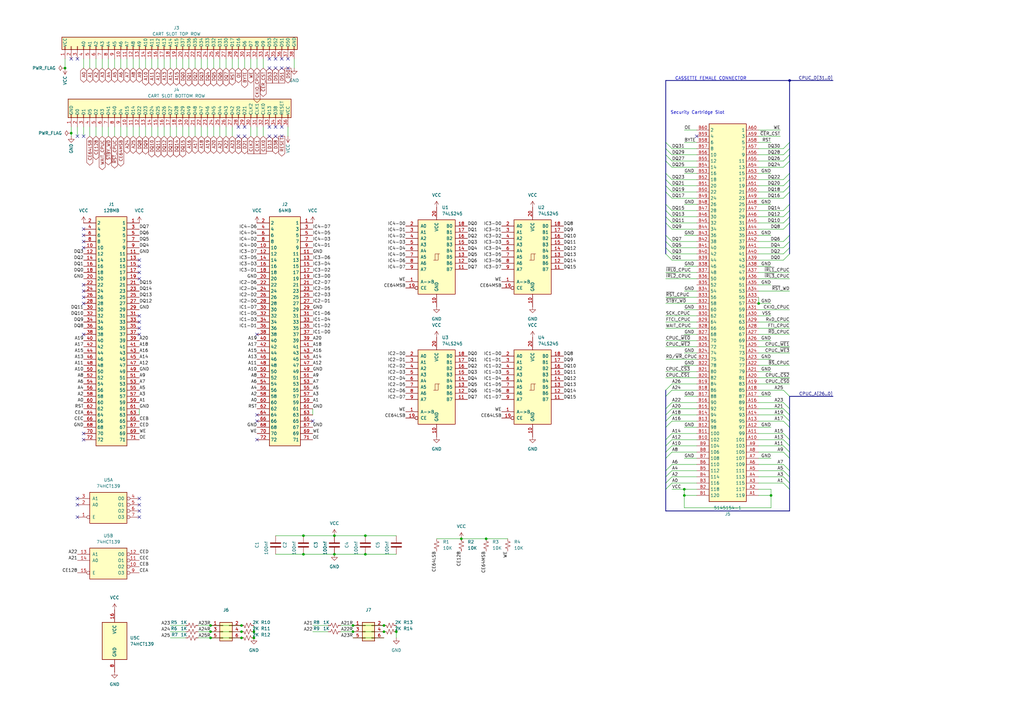
<source format=kicad_sch>
(kicad_sch (version 20231120) (generator "eeschema") (generator_version "8.0")
  (paper "A3")
  (junction (at 323.85 33.02))
  (junction (at 199.39 220.98))
  (junction (at 86.36 259.08))
  (junction (at 280.67 203.2))
  (junction (at 104.14 261.62))
  (junction (at 137.16 219.71))
  (junction (at 99.06 256.54))
  (junction (at 124.46 227.33))
  (junction (at 144.78 256.54))
  (junction (at 149.86 227.33))
  (junction (at 149.86 219.71))
  (junction (at 86.36 256.54))
  (junction (at 99.06 261.62))
  (junction (at 157.48 256.54))
  (junction (at 29.21 54.61))
  (junction (at 280.67 200.66))
  (junction (at 144.78 259.08))
  (junction (at 311.15 124.46))
  (junction (at 316.23 203.2))
  (junction (at 162.56 259.08))
  (junction (at 99.06 259.08))
  (junction (at 189.23 220.98))
  (junction (at 86.36 261.62))
  (junction (at 26.67 27.94))
  (junction (at 157.48 259.08))
  (junction (at 104.14 259.08))
  (junction (at 137.16 227.33))
  (junction (at 124.46 219.71))
  (no_connect (at 113.03 27.94))
  (no_connect (at 34.29 137.16))
  (no_connect (at 34.29 180.34))
  (no_connect (at 57.15 137.16))
  (no_connect (at 128.27 172.72))
  (no_connect (at 34.29 177.8))
  (no_connect (at 34.29 119.38))
  (no_connect (at 118.11 24.13))
  (no_connect (at 105.41 180.34))
  (no_connect (at 115.57 52.07))
  (no_connect (at 115.57 24.13))
  (no_connect (at 34.29 55.88))
  (no_connect (at 31.75 204.47))
  (no_connect (at 57.15 212.09))
  (no_connect (at 113.03 55.88))
  (no_connect (at 31.75 207.01))
  (no_connect (at 31.75 55.88))
  (no_connect (at 34.29 116.84))
  (no_connect (at 118.11 27.94))
  (no_connect (at 105.41 170.18))
  (no_connect (at 34.29 93.98))
  (no_connect (at 113.03 52.07))
  (no_connect (at 57.15 204.47))
  (no_connect (at 105.41 172.72))
  (no_connect (at 285.75 55.88))
  (no_connect (at 57.15 106.68))
  (no_connect (at 110.49 27.94))
  (no_connect (at 57.15 114.3))
  (no_connect (at 34.29 99.06))
  (no_connect (at 34.29 124.46))
  (no_connect (at 57.15 132.08))
  (no_connect (at 29.21 24.13))
  (no_connect (at 113.03 24.13))
  (no_connect (at 34.29 121.92))
  (no_connect (at 97.79 55.88))
  (no_connect (at 57.15 207.01))
  (no_connect (at 97.79 52.07))
  (no_connect (at 57.15 111.76))
  (no_connect (at 115.57 27.94))
  (no_connect (at 34.29 101.6))
  (no_connect (at 115.57 55.88))
  (no_connect (at 110.49 55.88))
  (no_connect (at 110.49 52.07))
  (no_connect (at 100.33 52.07))
  (no_connect (at 34.29 96.52))
  (no_connect (at 100.33 55.88))
  (no_connect (at 31.75 24.13))
  (no_connect (at 110.49 24.13))
  (no_connect (at 57.15 134.62))
  (no_connect (at 31.75 212.09))
  (no_connect (at 57.15 129.54))
  (no_connect (at 57.15 109.22))
  (no_connect (at 105.41 137.16))
  (no_connect (at 57.15 209.55))
  (bus_entry (at 321.31 177.8) (size 2.54 2.54))
  (bus_entry (at 273.05 66.04) (size 2.54 2.54))
  (bus_entry (at 321.31 81.28) (size 2.54 -2.54))
  (bus_entry (at 275.59 182.88) (size -2.54 2.54))
  (bus_entry (at 323.85 175.26) (size -2.54 -2.54))
  (bus_entry (at 321.31 68.58) (size 2.54 -2.54))
  (bus_entry (at 321.31 63.5) (size 2.54 -2.54))
  (bus_entry (at 273.05 99.06) (size 2.54 2.54))
  (bus_entry (at 323.85 167.64) (size -2.54 -2.54))
  (bus_entry (at 323.85 172.72) (size -2.54 -2.54))
  (bus_entry (at 321.31 73.66) (size 2.54 -2.54))
  (bus_entry (at 273.05 182.88) (size 2.54 -2.54))
  (bus_entry (at 321.31 198.12) (size 2.54 2.54))
  (bus_entry (at 273.05 195.58) (size 2.54 -2.54))
  (bus_entry (at 273.05 101.6) (size 2.54 2.54))
  (bus_entry (at 321.31 104.14) (size 2.54 -2.54))
  (bus_entry (at 321.31 91.44) (size 2.54 -2.54))
  (bus_entry (at 273.05 162.56) (size 2.54 -2.54))
  (bus_entry (at 273.05 86.36) (size 2.54 2.54))
  (bus_entry (at 273.05 104.14) (size 2.54 2.54))
  (bus_entry (at 273.05 170.18) (size 2.54 -2.54))
  (bus_entry (at 321.31 101.6) (size 2.54 -2.54))
  (bus_entry (at 273.05 73.66) (size 2.54 2.54))
  (bus_entry (at 273.05 91.44) (size 2.54 2.54))
  (bus_entry (at 321.31 88.9) (size 2.54 -2.54))
  (bus_entry (at 273.05 172.72) (size 2.54 -2.54))
  (bus_entry (at 273.05 83.82) (size 2.54 2.54))
  (bus_entry (at 275.59 172.72) (size -2.54 2.54))
  (bus_entry (at 321.31 60.96) (size 2.54 -2.54))
  (bus_entry (at 321.31 195.58) (size 2.54 2.54))
  (bus_entry (at 323.85 170.18) (size -2.54 -2.54))
  (bus_entry (at 321.31 93.98) (size 2.54 -2.54))
  (bus_entry (at 323.85 162.56) (size -2.54 -2.54))
  (bus_entry (at 321.31 86.36) (size 2.54 -2.54))
  (bus_entry (at 273.05 180.34) (size 2.54 -2.54))
  (bus_entry (at 273.05 160.02) (size 2.54 -2.54))
  (bus_entry (at 321.31 190.5) (size 2.54 2.54))
  (bus_entry (at 321.31 106.68) (size 2.54 -2.54))
  (bus_entry (at 321.31 76.2) (size 2.54 -2.54))
  (bus_entry (at 273.05 200.66) (size 2.54 -2.54))
  (bus_entry (at 273.05 78.74) (size 2.54 2.54))
  (bus_entry (at 273.05 58.42) (size 2.54 2.54))
  (bus_entry (at 273.05 88.9) (size 2.54 2.54))
  (bus_entry (at 321.31 78.74) (size 2.54 -2.54))
  (bus_entry (at 321.31 185.42) (size 2.54 2.54))
  (bus_entry (at 273.05 187.96) (size 2.54 -2.54))
  (bus_entry (at 273.05 63.5) (size 2.54 2.54))
  (bus_entry (at 273.05 60.96) (size 2.54 2.54))
  (bus_entry (at 321.31 193.04) (size 2.54 2.54))
  (bus_entry (at 273.05 198.12) (size 2.54 -2.54))
  (bus_entry (at 273.05 76.2) (size 2.54 2.54))
  (bus_entry (at 321.31 180.34) (size 2.54 2.54))
  (bus_entry (at 273.05 71.12) (size 2.54 2.54))
  (bus_entry (at 321.31 99.06) (size 2.54 -2.54))
  (bus_entry (at 321.31 182.88) (size 2.54 2.54))
  (bus_entry (at 273.05 193.04) (size 2.54 -2.54))
  (bus_entry (at 321.31 66.04) (size 2.54 -2.54))
  (bus_entry (at 273.05 167.64) (size 2.54 -2.54))
  (bus_entry (at 273.05 96.52) (size 2.54 2.54))
  (wire (pts (xy 31.75 52.07) (xy 31.75 55.88)))
  (wire (pts (xy 72.39 24.13) (xy 72.39 27.94)))
  (wire (pts (xy 90.17 24.13) (xy 90.17 27.94)))
  (wire (pts (xy 273.05 142.24) (xy 285.75 142.24)))
  (wire (pts (xy 162.56 261.62) (xy 162.56 259.08)))
  (wire (pts (xy 311.15 137.16) (xy 323.85 137.16)))
  (wire (pts (xy 29.21 54.61) (xy 29.21 55.88)))
  (wire (pts (xy 105.41 52.07) (xy 105.41 55.88)))
  (wire (pts (xy 275.59 101.6) (xy 285.75 101.6)))
  (wire (pts (xy 311.15 203.2) (xy 316.23 203.2)))
  (wire (pts (xy 316.23 162.56) (xy 311.15 162.56)))
  (wire (pts (xy 113.03 227.33) (xy 124.46 227.33)))
  (wire (pts (xy 124.46 227.33) (xy 137.16 227.33)))
  (wire (pts (xy 311.15 53.34) (xy 320.04 53.34)))
  (wire (pts (xy 74.93 52.07) (xy 74.93 55.88)))
  (wire (pts (xy 311.15 185.42) (xy 321.31 185.42)))
  (bus (pts (xy 273.05 99.06) (xy 273.05 96.52)))
  (wire (pts (xy 67.31 52.07) (xy 67.31 55.88)))
  (bus (pts (xy 273.05 160.02) (xy 273.05 162.56)))
  (wire (pts (xy 321.31 198.12) (xy 311.15 198.12)))
  (wire (pts (xy 311.15 91.44) (xy 321.31 91.44)))
  (wire (pts (xy 280.67 144.78) (xy 285.75 144.78)))
  (bus (pts (xy 323.85 73.66) (xy 323.85 76.2)))
  (wire (pts (xy 105.41 24.13) (xy 105.41 27.94)))
  (wire (pts (xy 273.05 129.54) (xy 285.75 129.54)))
  (wire (pts (xy 311.15 68.58) (xy 321.31 68.58)))
  (wire (pts (xy 102.87 24.13) (xy 102.87 27.94)))
  (wire (pts (xy 95.25 52.07) (xy 95.25 55.88)))
  (wire (pts (xy 311.15 121.92) (xy 311.15 124.46)))
  (bus (pts (xy 323.85 195.58) (xy 323.85 198.12)))
  (wire (pts (xy 311.15 139.7) (xy 316.23 139.7)))
  (wire (pts (xy 280.67 149.86) (xy 285.75 149.86)))
  (wire (pts (xy 54.61 52.07) (xy 54.61 55.88)))
  (bus (pts (xy 273.05 88.9) (xy 273.05 86.36)))
  (wire (pts (xy 275.59 63.5) (xy 285.75 63.5)))
  (wire (pts (xy 311.15 134.62) (xy 323.85 134.62)))
  (wire (pts (xy 275.59 160.02) (xy 285.75 160.02)))
  (wire (pts (xy 311.15 111.76) (xy 323.85 111.76)))
  (wire (pts (xy 139.7 259.08) (xy 144.78 259.08)))
  (wire (pts (xy 285.75 96.52) (xy 280.67 96.52)))
  (wire (pts (xy 280.67 203.2) (xy 280.67 200.66)))
  (wire (pts (xy 311.15 193.04) (xy 321.31 193.04)))
  (wire (pts (xy 120.65 24.13) (xy 120.65 27.94)))
  (bus (pts (xy 273.05 58.42) (xy 273.05 33.02)))
  (wire (pts (xy 52.07 24.13) (xy 52.07 27.94)))
  (wire (pts (xy 280.67 203.2) (xy 285.75 203.2)))
  (wire (pts (xy 311.15 116.84) (xy 316.23 116.84)))
  (wire (pts (xy 72.39 52.07) (xy 72.39 55.88)))
  (wire (pts (xy 311.15 114.3) (xy 323.85 114.3)))
  (wire (pts (xy 275.59 104.14) (xy 285.75 104.14)))
  (wire (pts (xy 311.15 88.9) (xy 321.31 88.9)))
  (wire (pts (xy 316.23 152.4) (xy 311.15 152.4)))
  (wire (pts (xy 280.67 127) (xy 285.75 127)))
  (bus (pts (xy 273.05 71.12) (xy 273.05 66.04)))
  (wire (pts (xy 321.31 180.34) (xy 311.15 180.34)))
  (wire (pts (xy 36.83 24.13) (xy 36.83 27.94)))
  (wire (pts (xy 113.03 219.71) (xy 124.46 219.71)))
  (wire (pts (xy 87.63 52.07) (xy 87.63 55.88)))
  (bus (pts (xy 323.85 187.96) (xy 323.85 193.04)))
  (bus (pts (xy 273.05 104.14) (xy 273.05 101.6)))
  (wire (pts (xy 275.59 86.36) (xy 285.75 86.36)))
  (bus (pts (xy 323.85 71.12) (xy 323.85 73.66)))
  (wire (pts (xy 273.05 121.92) (xy 285.75 121.92)))
  (wire (pts (xy 311.15 175.26) (xy 316.23 175.26)))
  (bus (pts (xy 323.85 162.56) (xy 341.63 162.56)))
  (wire (pts (xy 311.15 160.02) (xy 321.31 160.02)))
  (bus (pts (xy 323.85 180.34) (xy 323.85 182.88)))
  (wire (pts (xy 311.15 78.74) (xy 321.31 78.74)))
  (wire (pts (xy 311.15 104.14) (xy 321.31 104.14)))
  (wire (pts (xy 49.53 24.13) (xy 49.53 27.94)))
  (wire (pts (xy 87.63 24.13) (xy 87.63 27.94)))
  (bus (pts (xy 273.05 73.66) (xy 273.05 71.12)))
  (bus (pts (xy 323.85 200.66) (xy 323.85 209.55)))
  (wire (pts (xy 86.36 259.08) (xy 99.06 259.08)))
  (wire (pts (xy 57.15 52.07) (xy 57.15 55.88)))
  (wire (pts (xy 104.14 256.54) (xy 104.14 259.08)))
  (wire (pts (xy 311.15 144.78) (xy 323.85 144.78)))
  (wire (pts (xy 273.05 132.08) (xy 285.75 132.08)))
  (wire (pts (xy 273.05 154.94) (xy 285.75 154.94)))
  (wire (pts (xy 311.15 63.5) (xy 321.31 63.5)))
  (wire (pts (xy 285.75 195.58) (xy 275.59 195.58)))
  (wire (pts (xy 82.55 52.07) (xy 82.55 55.88)))
  (bus (pts (xy 273.05 195.58) (xy 273.05 198.12)))
  (wire (pts (xy 77.47 52.07) (xy 77.47 55.88)))
  (bus (pts (xy 273.05 96.52) (xy 273.05 91.44)))
  (bus (pts (xy 273.05 193.04) (xy 273.05 195.58)))
  (wire (pts (xy 41.91 24.13) (xy 41.91 27.94)))
  (wire (pts (xy 137.16 227.33) (xy 149.86 227.33)))
  (wire (pts (xy 311.15 142.24) (xy 323.85 142.24)))
  (wire (pts (xy 275.59 99.06) (xy 285.75 99.06)))
  (wire (pts (xy 85.09 24.13) (xy 85.09 27.94)))
  (wire (pts (xy 311.15 93.98) (xy 321.31 93.98)))
  (bus (pts (xy 323.85 63.5) (xy 323.85 66.04)))
  (bus (pts (xy 323.85 99.06) (xy 323.85 101.6)))
  (wire (pts (xy 69.85 52.07) (xy 69.85 55.88)))
  (wire (pts (xy 311.15 182.88) (xy 321.31 182.88)))
  (wire (pts (xy 311.15 66.04) (xy 321.31 66.04)))
  (wire (pts (xy 57.15 167.64) (xy 57.15 170.18)))
  (wire (pts (xy 95.25 24.13) (xy 95.25 27.94)))
  (wire (pts (xy 285.75 180.34) (xy 275.59 180.34)))
  (wire (pts (xy 280.67 162.56) (xy 285.75 162.56)))
  (wire (pts (xy 97.79 24.13) (xy 97.79 27.94)))
  (wire (pts (xy 273.05 111.76) (xy 285.75 111.76)))
  (wire (pts (xy 107.95 52.07) (xy 107.95 55.88)))
  (wire (pts (xy 69.85 259.08) (xy 76.2 259.08)))
  (bus (pts (xy 273.05 172.72) (xy 273.05 175.26)))
  (wire (pts (xy 273.05 152.4) (xy 285.75 152.4)))
  (wire (pts (xy 316.23 200.66) (xy 311.15 200.66)))
  (wire (pts (xy 81.28 259.08) (xy 86.36 259.08)))
  (wire (pts (xy 199.39 220.98) (xy 208.28 220.98)))
  (bus (pts (xy 273.05 63.5) (xy 273.05 60.96)))
  (wire (pts (xy 54.61 24.13) (xy 54.61 27.94)))
  (wire (pts (xy 118.11 52.07) (xy 118.11 55.88)))
  (bus (pts (xy 323.85 101.6) (xy 323.85 104.14)))
  (wire (pts (xy 124.46 219.71) (xy 137.16 219.71)))
  (wire (pts (xy 285.75 190.5) (xy 275.59 190.5)))
  (wire (pts (xy 36.83 52.07) (xy 36.83 55.88)))
  (wire (pts (xy 311.15 55.88) (xy 320.04 55.88)))
  (bus (pts (xy 273.05 101.6) (xy 273.05 99.06)))
  (bus (pts (xy 273.05 76.2) (xy 273.05 73.66)))
  (bus (pts (xy 323.85 193.04) (xy 323.85 195.58)))
  (wire (pts (xy 57.15 24.13) (xy 57.15 27.94)))
  (wire (pts (xy 81.28 261.62) (xy 86.36 261.62)))
  (wire (pts (xy 273.05 114.3) (xy 285.75 114.3)))
  (wire (pts (xy 82.55 24.13) (xy 82.55 27.94)))
  (wire (pts (xy 102.87 52.07) (xy 102.87 55.88)))
  (wire (pts (xy 311.15 132.08) (xy 323.85 132.08)))
  (wire (pts (xy 275.59 78.74) (xy 285.75 78.74)))
  (bus (pts (xy 273.05 200.66) (xy 273.05 209.55)))
  (wire (pts (xy 46.99 24.13) (xy 46.99 27.94)))
  (wire (pts (xy 280.67 109.22) (xy 285.75 109.22)))
  (bus (pts (xy 273.05 162.56) (xy 273.05 167.64)))
  (bus (pts (xy 273.05 33.02) (xy 323.85 33.02)))
  (wire (pts (xy 311.15 81.28) (xy 321.31 81.28)))
  (wire (pts (xy 311.15 147.32) (xy 316.23 147.32)))
  (bus (pts (xy 323.85 91.44) (xy 323.85 96.52)))
  (bus (pts (xy 323.85 88.9) (xy 323.85 91.44)))
  (wire (pts (xy 26.67 24.13) (xy 26.67 27.94)))
  (wire (pts (xy 39.37 24.13) (xy 39.37 27.94)))
  (wire (pts (xy 62.23 24.13) (xy 62.23 27.94)))
  (wire (pts (xy 311.15 170.18) (xy 321.31 170.18)))
  (wire (pts (xy 275.59 193.04) (xy 285.75 193.04)))
  (wire (pts (xy 275.59 68.58) (xy 285.75 68.58)))
  (bus (pts (xy 273.05 185.42) (xy 273.05 187.96)))
  (bus (pts (xy 323.85 185.42) (xy 323.85 187.96)))
  (wire (pts (xy 321.31 172.72) (xy 311.15 172.72)))
  (wire (pts (xy 316.23 200.66) (xy 316.23 203.2)))
  (wire (pts (xy 273.05 139.7) (xy 285.75 139.7)))
  (wire (pts (xy 311.15 101.6) (xy 321.31 101.6)))
  (wire (pts (xy 275.59 88.9) (xy 285.75 88.9)))
  (wire (pts (xy 67.31 24.13) (xy 67.31 27.94)))
  (wire (pts (xy 44.45 52.07) (xy 44.45 55.88)))
  (wire (pts (xy 144.78 259.08) (xy 157.48 259.08)))
  (wire (pts (xy 64.77 52.07) (xy 64.77 55.88)))
  (wire (pts (xy 285.75 182.88) (xy 275.59 182.88)))
  (bus (pts (xy 323.85 33.02) (xy 341.63 33.02)))
  (wire (pts (xy 275.59 200.66) (xy 280.67 200.66)))
  (bus (pts (xy 323.85 175.26) (xy 323.85 180.34)))
  (wire (pts (xy 137.16 219.71) (xy 149.86 219.71)))
  (wire (pts (xy 59.69 52.07) (xy 59.69 55.88)))
  (wire (pts (xy 311.15 86.36) (xy 321.31 86.36)))
  (wire (pts (xy 275.59 73.66) (xy 285.75 73.66)))
  (wire (pts (xy 162.56 256.54) (xy 162.56 259.08)))
  (bus (pts (xy 273.05 83.82) (xy 273.05 78.74)))
  (wire (pts (xy 85.09 52.07) (xy 85.09 55.88)))
  (wire (pts (xy 273.05 147.32) (xy 285.75 147.32)))
  (wire (pts (xy 92.71 24.13) (xy 92.71 27.94)))
  (wire (pts (xy 34.29 52.07) (xy 34.29 55.88)))
  (wire (pts (xy 275.59 60.96) (xy 285.75 60.96)))
  (wire (pts (xy 104.14 259.08) (xy 104.14 261.62)))
  (wire (pts (xy 285.75 185.42) (xy 275.59 185.42)))
  (wire (pts (xy 80.01 24.13) (xy 80.01 27.94)))
  (wire (pts (xy 128.27 259.08) (xy 134.62 259.08)))
  (bus (pts (xy 273.05 182.88) (xy 273.05 185.42)))
  (bus (pts (xy 273.05 187.96) (xy 273.05 193.04)))
  (wire (pts (xy 64.77 24.13) (xy 64.77 27.94)))
  (bus (pts (xy 273.05 78.74) (xy 273.05 76.2)))
  (wire (pts (xy 59.69 24.13) (xy 59.69 27.94)))
  (wire (pts (xy 149.86 227.33) (xy 162.56 227.33)))
  (wire (pts (xy 273.05 134.62) (xy 285.75 134.62)))
  (wire (pts (xy 275.59 93.98) (xy 285.75 93.98)))
  (wire (pts (xy 275.59 165.1) (xy 285.75 165.1)))
  (bus (pts (xy 273.05 198.12) (xy 273.05 200.66)))
  (bus (pts (xy 323.85 58.42) (xy 323.85 60.96)))
  (bus (pts (xy 273.05 170.18) (xy 273.05 172.72)))
  (wire (pts (xy 280.67 175.26) (xy 285.75 175.26)))
  (wire (pts (xy 316.23 83.82) (xy 311.15 83.82)))
  (wire (pts (xy 280.67 83.82) (xy 285.75 83.82)))
  (bus (pts (xy 323.85 60.96) (xy 323.85 63.5)))
  (bus (pts (xy 323.85 66.04) (xy 323.85 71.12)))
  (wire (pts (xy 316.23 203.2) (xy 316.23 208.28)))
  (wire (pts (xy 179.07 220.98) (xy 189.23 220.98)))
  (wire (pts (xy 69.85 256.54) (xy 76.2 256.54)))
  (wire (pts (xy 275.59 81.28) (xy 285.75 81.28)))
  (wire (pts (xy 275.59 106.68) (xy 285.75 106.68)))
  (wire (pts (xy 311.15 124.46) (xy 316.23 124.46)))
  (wire (pts (xy 311.15 195.58) (xy 321.31 195.58)))
  (wire (pts (xy 280.67 53.34) (xy 285.75 53.34)))
  (wire (pts (xy 280.67 137.16) (xy 285.75 137.16)))
  (bus (pts (xy 273.05 180.34) (xy 273.05 182.88)))
  (wire (pts (xy 86.36 256.54) (xy 99.06 256.54)))
  (wire (pts (xy 144.78 256.54) (xy 157.48 256.54)))
  (wire (pts (xy 285.75 177.8) (xy 275.59 177.8)))
  (wire (pts (xy 77.47 24.13) (xy 77.47 27.94)))
  (wire (pts (xy 280.67 208.28) (xy 316.23 208.28)))
  (wire (pts (xy 311.15 167.64) (xy 321.31 167.64)))
  (wire (pts (xy 34.29 24.13) (xy 34.29 27.94)))
  (wire (pts (xy 311.15 60.96) (xy 321.31 60.96)))
  (wire (pts (xy 311.15 73.66) (xy 321.31 73.66)))
  (wire (pts (xy 149.86 219.71) (xy 162.56 219.71)))
  (wire (pts (xy 100.33 24.13) (xy 100.33 27.94)))
  (wire (pts (xy 29.21 52.07) (xy 29.21 54.61)))
  (bus (pts (xy 323.85 172.72) (xy 323.85 175.26)))
  (wire (pts (xy 311.15 76.2) (xy 321.31 76.2)))
  (wire (pts (xy 321.31 177.8) (xy 311.15 177.8)))
  (wire (pts (xy 311.15 127) (xy 323.85 127)))
  (wire (pts (xy 139.7 256.54) (xy 144.78 256.54)))
  (wire (pts (xy 49.53 52.07) (xy 49.53 55.88)))
  (wire (pts (xy 144.78 261.62) (xy 157.48 261.62)))
  (wire (pts (xy 81.28 256.54) (xy 86.36 256.54)))
  (bus (pts (xy 273.05 209.55) (xy 323.85 209.55)))
  (wire (pts (xy 74.93 24.13) (xy 74.93 27.94)))
  (wire (pts (xy 69.85 24.13) (xy 69.85 27.94)))
  (wire (pts (xy 311.15 71.12) (xy 316.23 71.12)))
  (wire (pts (xy 280.67 187.96) (xy 285.75 187.96)))
  (bus (pts (xy 323.85 96.52) (xy 323.85 99.06)))
  (wire (pts (xy 90.17 52.07) (xy 90.17 55.88)))
  (bus (pts (xy 323.85 182.88) (xy 323.85 185.42)))
  (wire (pts (xy 275.59 76.2) (xy 285.75 76.2)))
  (wire (pts (xy 311.15 149.86) (xy 323.85 149.86)))
  (wire (pts (xy 52.07 52.07) (xy 52.07 55.88)))
  (bus (pts (xy 323.85 86.36) (xy 323.85 88.9)))
  (wire (pts (xy 275.59 170.18) (xy 285.75 170.18)))
  (bus (pts (xy 273.05 60.96) (xy 273.05 58.42)))
  (bus (pts (xy 273.05 86.36) (xy 273.05 83.82)))
  (wire (pts (xy 44.45 24.13) (xy 44.45 27.94)))
  (wire (pts (xy 311.15 154.94) (xy 323.85 154.94)))
  (wire (pts (xy 285.75 157.48) (xy 275.59 157.48)))
  (wire (pts (xy 311.15 99.06) (xy 321.31 99.06)))
  (bus (pts (xy 273.05 175.26) (xy 273.05 180.34)))
  (wire (pts (xy 275.59 91.44) (xy 285.75 91.44)))
  (wire (pts (xy 275.59 66.04) (xy 285.75 66.04)))
  (wire (pts (xy 280.67 119.38) (xy 285.75 119.38)))
  (wire (pts (xy 311.15 157.48) (xy 323.85 157.48)))
  (wire (pts (xy 86.36 261.62) (xy 99.06 261.62)))
  (wire (pts (xy 316.23 187.96) (xy 311.15 187.96)))
  (wire (pts (xy 275.59 167.64) (xy 285.75 167.64)))
  (wire (pts (xy 311.15 129.54) (xy 316.23 129.54)))
  (wire (pts (xy 285.75 172.72) (xy 275.59 172.72)))
  (wire (pts (xy 285.75 198.12) (xy 275.59 198.12)))
  (wire (pts (xy 311.15 58.42) (xy 316.23 58.42)))
  (bus (pts (xy 323.85 170.18) (xy 323.85 172.72)))
  (wire (pts (xy 128.27 256.54) (xy 134.62 256.54)))
  (wire (pts (xy 273.05 124.46) (xy 285.75 124.46)))
  (bus (pts (xy 273.05 66.04) (xy 273.05 63.5)))
  (wire (pts (xy 92.71 52.07) (xy 92.71 55.88)))
  (wire (pts (xy 280.67 208.28) (xy 280.67 203.2)))
  (bus (pts (xy 323.85 76.2) (xy 323.85 78.74)))
  (bus (pts (xy 323.85 198.12) (xy 323.85 200.66)))
  (wire (pts (xy 41.91 52.07) (xy 41.91 55.88)))
  (bus (pts (xy 323.85 78.74) (xy 323.85 83.82)))
  (wire (pts (xy 311.15 190.5) (xy 321.31 190.5)))
  (wire (pts (xy 80.01 52.07) (xy 80.01 55.88)))
  (wire (pts (xy 107.95 24.13) (xy 107.95 27.94)))
  (wire (pts (xy 69.85 261.62) (xy 76.2 261.62)))
  (wire (pts (xy 46.99 52.07) (xy 46.99 55.88)))
  (bus (pts (xy 273.05 91.44) (xy 273.05 88.9)))
  (wire (pts (xy 189.23 220.98) (xy 199.39 220.98)))
  (bus (pts (xy 323.85 167.64) (xy 323.85 170.18)))
  (wire (pts (xy 128.27 167.64) (xy 128.27 170.18)))
  (wire (pts (xy 62.23 52.07) (xy 62.23 55.88)))
  (bus (pts (xy 323.85 162.56) (xy 323.85 167.64)))
  (wire (pts (xy 39.37 52.07) (xy 39.37 55.88)))
  (wire (pts (xy 311.15 106.68) (xy 321.31 106.68)))
  (bus (pts (xy 323.85 83.82) (xy 323.85 86.36)))
  (wire (pts (xy 280.67 71.12) (xy 285.75 71.12)))
  (wire (pts (xy 316.23 109.22) (xy 311.15 109.22)))
  (wire (pts (xy 280.67 200.66) (xy 285.75 200.66)))
  (bus (pts (xy 323.85 33.02) (xy 323.85 58.42)))
  (wire (pts (xy 316.23 96.52) (xy 311.15 96.52)))
  (wire (pts (xy 311.15 119.38) (xy 323.85 119.38)))
  (wire (pts (xy 311.15 165.1) (xy 321.31 165.1)))
  (bus (pts (xy 273.05 167.64) (xy 273.05 170.18)))
  (wire (pts (xy 280.67 58.42) (xy 285.75 58.42)))
  (text " Security Cartridge Slot" (at 297.18 46.99 0) (effects (font (size 1.27 1.27)) (justify right bottom)))
  (text "CASSETTE FEMALE CONNECTOR" (at 276.86 33.02 0) (effects (font (size 1.27 1.27)) (justify left bottom)))
  (label "OE" (at 57.15 180.34 0))
  (label "GND" (at 316.23 175.26 180))
  (label "DQ7" (at 191.77 163.83 0))
  (label "IC4-D6" (at 105.41 93.98 180))
  (label "IC2-D4" (at 105.41 119.38 180))
  (label "IC3-D3" (at 105.41 109.22 180))
  (label "IC1-D1" (at 105.41 134.62 180))
  (label "IC1-D5" (at 105.41 129.54 180))
  (label "DQ12" (at 320.04 88.9 180))
  (label "A18" (at 275.59 170.18 0))
  (label "A0" (at 34.29 165.1 180))
  (label "DQ14" (at 231.14 107.95 0))
  (label "A19" (at 321.31 170.18 180))
  (label "~{RD}_CPUC" (at 323.85 137.16 180))
  (label "GND" (at 128.27 167.64 0))
  (label "IC1-D3" (at 105.41 132.08 180))
  (label "DQ8" (at 320.04 93.98 180))
  (label "DQ13" (at 275.59 88.9 0))
  (label "DQ2" (at 191.77 151.13 0))
  (label "A11" (at 105.41 149.86 180))
  (label "A6" (at 275.59 190.5 0))
  (label "GND" (at 34.29 175.26 180))
  (label "A26" (at 275.59 157.48 0))
  (label "GND" (at 105.41 175.26 180))
  (label "DQ22" (at 320.04 73.66 180))
  (label "A22" (at 128.27 259.08 180))
  (label "DQ16" (at 320.04 81.28 180))
  (label "GND" (at 280.67 119.38 0))
  (label "GND" (at 316.23 147.32 180))
  (label "IC4-D5" (at 128.27 96.52 0))
  (label "A12" (at 275.59 180.34 0))
  (label "DQ29" (at 275.59 63.5 0))
  (label "GND" (at 57.15 104.14 0))
  (label "CE128" (at 31.75 234.95 180))
  (label "DQ0" (at 191.77 146.05 0))
  (label "CEC" (at 34.29 172.72 180))
  (label "A7" (at 128.27 157.48 0))
  (label "DQ7" (at 191.77 110.49 0))
  (label "DQ14" (at 320.04 86.36 180))
  (label "A5" (at 128.27 160.02 0))
  (label "IC3-D2" (at 205.74 97.79 180))
  (label "DQ11" (at 231.14 100.33 0))
  (label "CPUC_~{WE1}" (at 323.85 142.24 180))
  (label "GND" (at 316.23 71.12 180))
  (label "A16" (at 57.15 144.78 0))
  (label "A25" (at 69.85 261.62 180))
  (label "IC2-D3" (at 166.37 153.67 180))
  (label "DQ2" (at 191.77 97.79 0))
  (label "IC4-D5" (at 166.37 105.41 180))
  (label "RST" (at 34.29 167.64 180))
  (label "IC3-D1" (at 105.41 111.76 180))
  (label "A25" (at 321.31 160.02 180))
  (label "DQ8" (at 231.14 92.71 0))
  (label "CPUC_~{WE0}" (at 273.05 139.7 0))
  (label "GND" (at 316.23 187.96 180))
  (label "IC2-D1" (at 128.27 124.46 0))
  (label "DQ4" (at 57.15 101.6 0))
  (label "DQ19" (at 275.59 78.74 0))
  (label "A21" (at 321.31 167.64 180))
  (label "DQ1" (at 275.59 106.68 0))
  (label "DQ7" (at 275.59 99.06 0))
  (label "GND" (at 280.67 109.22 0))
  (label "A2" (at 275.59 195.58 0))
  (label "DQ13" (at 231.14 105.41 0))
  (label "~{RST}_WD" (at 323.85 119.38 180))
  (label "A23R" (at 86.36 256.54 180))
  (label "OE" (at 280.67 53.34 0))
  (label "GND" (at 57.15 152.4 0))
  (label "DQ15" (at 275.59 86.36 0))
  (label "CPUC_A[26..0]" (at 341.63 162.56 180))
  (label "DQ10" (at 320.04 91.44 180))
  (label "CE128" (at 189.23 226.06 270))
  (label "DQ11" (at 275.59 91.44 0))
  (label "GND" (at 316.23 116.84 180))
  (label "CE64MSB" (at 199.39 226.06 270))
  (label "DQ6" (at 320.04 99.06 180))
  (label "A20" (at 275.59 167.64 0))
  (label "GND" (at 316.23 124.46 180))
  (label "DQ10" (at 34.29 129.54 180))
  (label "IC2-D6" (at 105.41 116.84 180))
  (label "CPUC_~{WE2}" (at 273.05 142.24 0))
  (label "DQ6" (at 57.15 96.52 0))
  (label "CE64LSB" (at 166.37 171.45 180))
  (label "DQ5" (at 275.59 101.6 0))
  (label "DQ5" (at 57.15 99.06 0))
  (label "VCC" (at 275.59 200.66 0))
  (label "IC4-D3" (at 128.27 99.06 0))
  (label "IC4-D0" (at 166.37 92.71 180))
  (label "GND" (at 316.23 83.82 180))
  (label "DQ1" (at 191.77 95.25 0))
  (label "A23R" (at 144.78 261.62 180))
  (label "IC1-D4" (at 128.27 132.08 0))
  (label "IC3-D4" (at 128.27 109.22 0))
  (label "A4" (at 105.41 160.02 180))
  (label "A13" (at 34.29 147.32 180))
  (label "DQ5" (at 191.77 158.75 0))
  (label "~{RST}_CPUC" (at 273.05 121.92 0))
  (label "IC1-D6" (at 205.74 161.29 180))
  (label "GND" (at 280.67 187.96 0))
  (label "DQ30" (at 320.04 60.96 180))
  (label "CPUC_~{CS2}" (at 323.85 154.94 180))
  (label "GND" (at 280.67 149.86 0))
  (label "A24R" (at 86.36 259.08 180))
  (label "GND" (at 280.67 71.12 0))
  (label "IC1-D7" (at 105.41 127 180))
  (label "IC1-D2" (at 128.27 134.62 0))
  (label "GND" (at 316.23 96.52 180))
  (label "IC4-D0" (at 105.41 101.6 180))
  (label "DQ3" (at 191.77 153.67 0))
  (label "GND" (at 128.27 104.14 0))
  (label "IC3-D4" (at 205.74 102.87 180))
  (label "DQ17" (at 275.59 81.28 0))
  (label "IC1-D1" (at 205.74 148.59 180))
  (label "A15" (at 34.29 144.78 180))
  (label "A3" (at 128.27 162.56 0))
  (label "GND" (at 280.67 175.26 0))
  (label "DQ9" (at 34.29 132.08 180))
  (label "DQ3" (at 191.77 100.33 0))
  (label "IC3-D0" (at 128.27 114.3 0))
  (label "DQ26" (at 320.04 66.04 180))
  (label "A4" (at 275.59 193.04 0))
  (label "GND" (at 57.15 167.64 0))
  (label "IC4-D1" (at 128.27 101.6 0))
  (label "A13" (at 321.31 180.34 180))
  (label "IC4-D4" (at 166.37 102.87 180))
  (label "CE64MSB" (at 166.37 118.11 180))
  (label "A11" (at 321.31 182.88 180))
  (label "DQ1" (at 191.77 148.59 0))
  (label "A19" (at 34.29 139.7 180))
  (label "DQ0" (at 320.04 106.68 180))
  (label "A6" (at 105.41 157.48 180))
  (label "A10" (at 275.59 182.88 0))
  (label "FTI_CPUC" (at 323.85 134.62 180))
  (label "~{BS}_CPUC" (at 323.85 149.86 180))
  (label "A23" (at 69.85 256.54 180))
  (label "DQ14" (at 57.15 119.38 0))
  (label "A15" (at 105.41 144.78 180))
  (label "A13" (at 105.41 147.32 180))
  (label "WE" (at 208.28 226.06 270))
  (label "A12" (at 128.27 149.86 0))
  (label "IC4-D1" (at 166.37 95.25 180))
  (label "VSS" (at 316.23 129.54 180))
  (label "DQ21" (at 275.59 76.2 0))
  (label "IC1-D3" (at 205.74 153.67 180))
  (label "IC4-D7" (at 128.27 93.98 0))
  (label "WAIT_CPUC" (at 273.05 134.62 0))
  (label "DQ14" (at 231.14 161.29 0))
  (label "DQ15" (at 57.15 116.84 0))
  (label "GND" (at 280.67 137.16 0))
  (label "FTCI_CPUC" (at 273.05 132.08 0))
  (label "A2" (at 105.41 162.56 180))
  (label "~{STBY_WD}" (at 273.05 124.46 0))
  (label "GND" (at 280.67 144.78 0))
  (label "DQ4" (at 191.77 102.87 0))
  (label "A25R" (at 86.36 261.62 180))
  (label "A5" (at 57.15 160.02 0))
  (label "DQ11" (at 231.14 153.67 0))
  (label "GND" (at 128.27 175.26 0))
  (label "A8" (at 34.29 154.94 180))
  (label "DQ3" (at 275.59 104.14 0))
  (label "A16" (at 275.59 172.72 0))
  (label "DQ5" (at 191.77 105.41 0))
  (label "GND" (at 105.41 114.3 180))
  (label "~{IRL1}_CPUC" (at 323.85 111.76 180))
  (label "WE" (at 128.27 177.8 0))
  (label "CED" (at 57.15 175.26 0))
  (label "A17" (at 321.31 172.72 180))
  (label "A9" (at 321.31 185.42 180))
  (label "IC2-D0" (at 166.37 146.05 180))
  (label "IC4-D2" (at 166.37 97.79 180))
  (label "DQ8" (at 34.29 134.62 180))
  (label "DQ12" (at 231.14 156.21 0))
  (label "DQ4" (at 191.77 156.21 0))
  (label "GND" (at 34.29 114.3 180))
  (label "GND" (at 280.67 162.56 0))
  (label "A17" (at 34.29 142.24 180))
  (label "IC1-D0" (at 205.74 146.05 180))
  (label "DQ8" (at 231.14 146.05 0))
  (label "IC1-D2" (at 205.74 151.13 180))
  (label "IC2-D2" (at 166.37 151.13 180))
  (label "IC2-D5" (at 166.37 158.75 180))
  (label "DQ2" (at 34.29 106.68 180))
  (label "A24" (at 69.85 259.08 180))
  (label "DQ9" (at 231.14 95.25 0))
  (label "CKIO_CPUC" (at 323.85 127 180))
  (label "CEC" (at 57.15 229.87 0))
  (label "DQ10" (at 231.14 151.13 0))
  (label "IC3-D2" (at 128.27 111.76 0))
  (label "DQ13" (at 231.14 158.75 0))
  (label "IC3-D7" (at 205.74 110.49 180))
  (label "DQ27" (at 275.59 66.04 0))
  (label "A18" (at 128.27 142.24 0))
  (label "DQ20" (at 320.04 76.2 180))
  (label "A12" (at 57.15 149.86 0))
  (label "DQ7" (at 57.15 93.98 0))
  (label "IC1-D4" (at 205.74 156.21 180))
  (label "GND" (at 280.67 83.82 0))
  (label "GND" (at 280.67 96.52 0))
  (label "DQ3" (at 34.29 104.14 180))
  (label "CEA" (at 57.15 234.95 0))
  (label "RST" (at 105.41 167.64 180))
  (label "GND" (at 316.23 109.22 180))
  (label "A9" (at 57.15 154.94 0))
  (label "DQ2" (at 320.04 104.14 180))
  (label "IC4-D2" (at 105.41 99.06 180))
  (label "IC2-D7" (at 128.27 116.84 0))
  (label "BYTE" (at 280.67 58.42 0))
  (label "IC2-D5" (at 128.27 119.38 0))
  (label "A21" (at 31.75 229.87 180))
  (label "CEA" (at 34.29 170.18 180))
  (label "A23" (at 321.31 165.1 180))
  (label "WE" (at 205.74 168.91 180))
  (label "CPUC_~{CS3}" (at 273.05 152.4 0))
  (label "WE" (at 105.41 177.8 180))
  (label "GND" (at 128.27 127 0))
  (label "DQ1" (at 34.29 109.22 180))
  (label "~{CE}R_CST" (at 320.04 55.88 180))
  (label "IC4-D7" (at 166.37 110.49 180))
  (label "A11" (at 34.29 149.86 180))
  (label "DQ12" (at 57.15 124.46 0))
  (label "WE" (at 205.74 115.57 180))
  (label "DQ6" (at 191.77 161.29 0))
  (label "IC3-D3" (at 205.74 100.33 180))
  (label "A17" (at 105.41 142.24 180))
  (label "A15" (at 321.31 177.8 180))
  (label "CE64LSB" (at 179.07 226.06 270))
  (label "IC4-D3" (at 166.37 100.33 180))
  (label "IC3-D6" (at 205.74 107.95 180))
  (label "A5" (at 321.31 193.04 180))
  (label "A4" (at 34.29 160.02 180))
  (label "DQ4" (at 320.04 101.6 180))
  (label "DQ0" (at 191.77 92.71 0))
  (label "A14" (at 128.27 147.32 0))
  (label "A0" (at 105.41 165.1 180))
  (label "DQ23" (at 275.59 73.66 0))
  (label "IC2-D1" (at 166.37 148.59 180))
  (label "DQ24" (at 320.04 68.58 180))
  (label "A8" (at 275.59 185.42 0))
  (label "CPUC_D[31..0]" (at 341.63 33.02 180))
  (label "A3" (at 57.15 162.56 0))
  (label "IC1-D5" (at 205.74 158.75 180))
  (label "CPUC_~{WE3}" (at 323.85 144.78 180))
  (label "IC2-D7" (at 166.37 163.83 180))
  (label "DQ11" (at 34.29 127 180))
  (label "A1" (at 321.31 198.12 180))
  (label "A16" (at 128.27 144.78 0))
  (label "IC2-D4" (at 166.37 156.21 180))
  (label "IC1-D0" (at 128.27 137.16 0))
  (label "A7" (at 57.15 157.48 0))
  (label "A21R" (at 144.78 256.54 180))
  (label "IC2-D3" (at 128.27 121.92 0))
  (label "CPUC_~{CS0}" (at 323.85 157.48 180))
  (label "GND" (at 316.23 162.56 180))
  (label "OE" (at 128.27 180.34 0))
  (label "A6" (at 34.29 157.48 180))
  (label "WE" (at 166.37 168.91 180))
  (label "A10" (at 34.29 152.4 180))
  (label "DQ15" (at 231.14 110.49 0))
  (label "A10" (at 105.41 152.4 180))
  (label "IC4-D4" (at 105.41 96.52 180))
  (label "CPUC_~{CS1}" (at 273.05 154.94 0))
  (label "A1" (at 57.15 165.1 0))
  (label "A18" (at 57.15 142.24 0))
  (label "CEB" (at 57.15 232.41 0))
  (label "IC3-D5" (at 205.74 105.41 180))
  (label "A22R" (at 144.78 259.08 180))
  (label "DQ9" (at 231.14 148.59 0))
  (label "A24" (at 275.59 160.02 0))
  (label "A2" (at 34.29 162.56 180))
  (label "A14" (at 275.59 177.8 0))
  (label "~{IRL3}_CPUC" (at 323.85 114.3 180))
  (label "DQ9" (at 275.59 93.98 0))
  (label "DQ25" (at 275.59 68.58 0))
  (label "~{IRL0}_CPUC" (at 273.05 111.76 0))
  (label "DQ12" (at 231.14 102.87 0))
  (label "IC4-D6" (at 166.37 107.95 180))
  (label "A20" (at 128.27 139.7 0))
  (label "IC2-D0" (at 105.41 124.46 180))
  (label "WE" (at 320.04 53.34 180))
  (label "IC2-D6" (at 166.37 161.29 180))
  (label "A9" (at 128.27 154.94 0))
  (label "~{IRL2}_CPUC" (at 273.05 114.3 0))
  (label "A19" (at 105.41 139.7 180))
  (label "GND" (at 316.23 152.4 180))
  (label "RST" (at 316.23 58.42 180))
  (label "IC1-D6" (at 128.27 129.54 0))
  (label "CED" (at 57.15 227.33 0))
  (label "DQ28" (at 320.04 63.5 180))
  (label "GND" (at 128.27 152.4 0))
  (label "DQ31" (at 275.59 60.96 0))
  (label "DQ13" (at 57.15 121.92 0))
  (label "GND" (at 316.23 139.7 180))
  (label "DQ0" (at 34.29 111.76 180))
  (label "A20" (at 57.15 139.7 0))
  (label "IC3-D0" (at 205.74 92.71 180))
  (label "IC3-D5" (at 105.41 106.68 180))
  (label "A22" (at 31.75 227.33 180))
  (label "DQ15" (at 231.14 163.83 0))
  (label "SCK_CPUC" (at 273.05 129.54 0))
  (label "DQ18" (at 320.04 78.74 180))
  (label "A22" (at 275.59 165.1 0))
  (label "A21" (at 128.27 256.54 180))
  (label "GND" (at 280.67 127 0))
  (label "CE64MSB" (at 205.74 118.11 180))
  (label "GND" (at 57.15 127 0))
  (label "IC3-D7" (at 105.41 104.14 180))
  (label "WE" (at 166.37 115.57 180))
  (label "IC3-D1" (at 205.74 95.25 180))
  (label "RD{slash}~{WR}_CPUC" (at 273.05 147.32 0))
  (label "CEB" (at 57.15 172.72 0))
  (label "A3" (at 321.31 195.58 180))
  (label "A14" (at 57.15 147.32 0))
  (label "CE64LSB" (at 205.74 171.45 180))
  (label "IC2-D2" (at 105.41 121.92 180))
  (label "IC1-D7" (at 205.74 163.83 180))
  (label "WE" (at 57.15 177.8 0))
  (label "RxD_CPUC" (at 323.85 132.08 180))
  (label "A0" (at 275.59 198.12 0))
  (label "IC3-D6" (at 128.27 106.68 0))
  (label "A8" (at 105.41 154.94 180))
  (label "DQ6" (at 191.77 107.95 0))
  (label "A1" (at 128.27 165.1 0))
  (label "DQ10" (at 231.14 97.79 0))
  (label "A7" (at 321.31 190.5 180))
  (global_label "A10" (shape bidirectional) (at 59.69 27.94 270) (property "Intersheetrefs" "${INTERSHEET_REFS}" (effects (hide yes))))
  (global_label "WAIT_CPUC" (shape bidirectional) (at 41.91 55.88 270) (property "Intersheetrefs" "${INTERSHEET_REFS}" (effects (hide yes))))
  (global_label "DQ6" (shape bidirectional) (at 90.17 27.94 270) (property "Intersheetrefs" "${INTERSHEET_REFS}" (effects (hide yes))))
  (global_label "~{CE}R_CST" (shape bidirectional) (at 107.95 27.94 270) (property "Intersheetrefs" "${INTERSHEET_REFS}" (effects (hide yes))))
  (global_label "A11" (shape bidirectional) (at 62.23 27.94 270) (property "Intersheetrefs" "${INTERSHEET_REFS}" (effects (hide yes))))
  (global_label "A1" (shape bidirectional) (at 36.83 27.94 270) (property "Intersheetrefs" "${INTERSHEET_REFS}" (effects (hide yes))))
  (global_label "DQ0" (shape bidirectional) (at 74.93 27.94 270) (property "Intersheetrefs" "${INTERSHEET_REFS}" (effects (hide yes))))
  (global_label "CLK2" (shape input) (at 102.87 55.88 270) (property "Intersheetrefs" "${INTERSHEET_REFS}" (effects (hide yes))))
  (global_label "OE" (shape bidirectional) (at 97.79 27.94 270) (property "Intersheetrefs" "${INTERSHEET_REFS}" (effects (hide yes))))
  (global_label "A4" (shape bidirectional) (at 44.45 27.94 270) (property "Intersheetrefs" "${INTERSHEET_REFS}" (effects (hide yes))))
  (global_label "A25" (shape bidirectional) (at 54.61 55.88 270) (property "Intersheetrefs" "${INTERSHEET_REFS}" (effects (hide yes))))
  (global_label "CLK1" (shape input) (at 105.41 55.88 270) (property "Intersheetrefs" "${INTERSHEET_REFS}" (effects (hide yes))))
  (global_label "DQ9" (shape bidirectional) (at 59.69 55.88 270) (property "Intersheetrefs" "${INTERSHEET_REFS}" (effects (hide yes))))
  (global_label "DQ11" (shape bidirectional) (at 64.77 55.88 270) (property "Intersheetrefs" "${INTERSHEET_REFS}" (effects (hide yes))))
  (global_label "A18" (shape bidirectional) (at 82.55 55.88 270) (property "Intersheetrefs" "${INTERSHEET_REFS}" (effects (hide yes))))
  (global_label "A16" (shape bidirectional) (at 77.47 55.88 270) (property "Intersheetrefs" "${INTERSHEET_REFS}" (effects (hide yes))))
  (global_label "A6" (shape bidirectional) (at 49.53 27.94 270) (property "Intersheetrefs" "${INTERSHEET_REFS}" (effects (hide yes))))
  (global_label "D53" (shape input) (at 110.49 27.94 270) (property "Intersheetrefs" "${INTERSHEET_REFS}" (effects (hide yes))))
  (global_label "A21" (shape bidirectional) (at 90.17 55.88 270) (property "Intersheetrefs" "${INTERSHEET_REFS}" (effects (hide yes))))
  (global_label "DQ13" (shape bidirectional) (at 69.85 55.88 270) (property "Intersheetrefs" "${INTERSHEET_REFS}" (effects (hide yes))))
  (global_label "DQ14" (shape bidirectional) (at 72.39 55.88 270) (property "Intersheetrefs" "${INTERSHEET_REFS}" (effects (hide yes))))
  (global_label "A13" (shape bidirectional) (at 67.31 27.94 270) (property "Intersheetrefs" "${INTERSHEET_REFS}" (effects (hide yes))))
  (global_label "WE" (shape bidirectional) (at 102.87 27.94 270) (property "Intersheetrefs" "${INTERSHEET_REFS}" (effects (hide yes))))
  (global_label "A24" (shape bidirectional) (at 52.07 55.88 270) (property "Intersheetrefs" "${INTERSHEET_REFS}" (effects (hide yes))))
  (global_label "A23" (shape bidirectional) (at 95.25 55.88 270) (property "Intersheetrefs" "${INTERSHEET_REFS}" (effects (hide yes))))
  (global_label "CE64LSB" (shape bidirectional) (at 36.83 55.88 270) (property "Intersheetrefs" "${INTERSHEET_REFS}" (effects (hide yes))))
  (global_label "D38" (shape bidirectional) (at 113.03 55.88 270) (property "Intersheetrefs" "${INTERSHEET_REFS}" (effects (hide yes))))
  (global_label "A5" (shape bidirectional) (at 46.99 27.94 270) (property "Intersheetrefs" "${INTERSHEET_REFS}" (effects (hide yes))))
  (global_label "A3" (shape bidirectional) (at 41.91 27.94 270) (property "Intersheetrefs" "${INTERSHEET_REFS}" (effects (hide yes))))
  (global_label "A2" (shape bidirectional) (at 39.37 27.94 270) (property "Intersheetrefs" "${INTERSHEET_REFS}" (effects (hide yes))))
  (global_label "A12" (shape bidirectional) (at 64.77 27.94 270) (property "Intersheetrefs" "${INTERSHEET_REFS}" (effects (hide yes))))
  (global_label "A20" (shape bidirectional) (at 87.63 55.88 270) (property "Intersheetrefs" "${INTERSHEET_REFS}" (effects (hide yes))))
  (global_label "D50" (shape output) (at 118.11 27.94 270) (property "Intersheetrefs" "${INTERSHEET_REFS}" (effects (hide yes))))
  (global_label "A19" (shape bidirectional) (at 85.09 55.88 270) (property "Intersheetrefs" "${INTERSHEET_REFS}" (effects (hide yes))))
  (global_label "BYTE" (shape bidirectional) (at 100.33 27.94 270) (property "Intersheetrefs" "${INTERSHEET_REFS}" (effects (hide yes))))
  (global_label "D13" (shape input) (at 110.49 55.88 270) (property "Intersheetrefs" "${INTERSHEET_REFS}" (effects (hide yes))))
  (global_label "CKIO_CPUC" (shape bidirectional) (at 105.41 27.94 270) (property "Intersheetrefs" "${INTERSHEET_REFS}" (effects (hide yes))))
  (global_label "D51" (shape input) (at 115.57 27.94 270) (property "Intersheetrefs" "${INTERSHEET_REFS}" (effects (hide yes))))
  (global_label "RESET" (shape output) (at 115.57 55.88 270) (property "Intersheetrefs" "${INTERSHEET_REFS}" (effects (hide yes))))
  (global_label "CE64MSB" (shape bidirectional) (at 49.53 55.88 270) (property "Intersheetrefs" "${INTERSHEET_REFS}" (effects (hide yes))))
  (global_label "D21" (shape bidirectional) (at 100.33 55.88 270) (property "Intersheetrefs" "${INTERSHEET_REFS}" (effects (hide yes))))
  (global_label "A9" (shape bidirectional) (at 57.15 27.94 270) (property "Intersheetrefs" "${INTERSHEET_REFS}" (effects (hide yes))))
  (global_label "A15" (shape bidirectional) (at 72.39 27.94 270) (property "Intersheetrefs" "${INTERSHEET_REFS}" (effects (hide yes))))
  (global_label "DQ4" (shape bidirectional) (at 85.09 27.94 270) (property "Intersheetrefs" "${INTERSHEET_REFS}" (effects (hide yes))))
  (global_label "RST" (shape bidirectional) (at 95.25 27.94 270) (property "Intersheetrefs" "${INTERSHEET_REFS}" (effects (hide yes))))
  (global_label "DQ2" (shape bidirectional) (at 80.01 27.94 270) (property "Intersheetrefs" "${INTERSHEET_REFS}" (effects (hide yes))))
  (global_label "DQ12" (shape bidirectional) (at 67.31 55.88 270) (property "Intersheetrefs" "${INTERSHEET_REFS}" (effects (hide yes))))
  (global_label "D20" (shape bidirectional) (at 97.79 55.88 270) (property "Intersheetrefs" "${INTERSHEET_REFS}" (effects (hide yes))))
  (global_label "D52" (shape input) (at 113.03 27.94 270) (property "Intersheetrefs" "${INTERSHEET_REFS}" (effects (hide yes))))
  (global_label "CE128" (shape bidirectional) (at 39.37 55.88 270) (property "Intersheetrefs" "${INTERSHEET_REFS}" (effects (hide yes))))
  (global_label "DQ1" (shape bidirectional) (at 77.47 27.94 270) (property "Intersheetrefs" "${INTERSHEET_REFS}" (effects (hide yes))))
  (global_label "~{RST}_CPUC" (shape bidirectional) (at 46.99 55.88 270) (property "Intersheetrefs" "${INTERSHEET_REFS}" (effects (hide yes))))
  (global_label "DQ3" (shape bidirectional) (at 82.55 27.94 270) (property "Intersheetrefs" "${INTERSHEET_REFS}" (effects (hide yes))))
  (global_label "A7" (shape bidirectional) (at 52.07 27.94 270) (property "Intersheetrefs" "${INTERSHEET_REFS}" (effects (hide yes))))
  (global_label "A0" (shape bidirectional) (at 34.29 27.94 270) (property "Intersheetrefs" "${INTERSHEET_REFS}" (effects (hide yes))))
  (global_label "A22" (shape bidirectional) (at 92.71 55.88 270) (property "Intersheetrefs" "${INTERSHEET_REFS}" (effects (hide yes))))
  (global_label "DQ7" (shape bidirectional) (at 92.71 27.94 270) (property "Intersheetrefs" "${INTERSHEET_REFS}" (effects (hide yes))))
  (global_label "DQ8" (shape bidirectional) (at 57.15 55.88 270) (property "Intersheetrefs" "${INTERSHEET_REFS}" (effects (hide yes))))
  (global_label "A8" (shape bidirectional) (at 54.61 27.94 270) (property "Intersheetrefs" "${INTERSHEET_REFS}" (effects (hide yes))))
  (global_label "A14" (shape bidirectional) (at 69.85 27.94 270) (property "Intersheetrefs" "${INTERSHEET_REFS}" (effects (hide yes))))
  (global_label "~{STBY_WD}" (shape bidirectional) (at 44.45 55.88 270) (property "Intersheetrefs" "${INTERSHEET_REFS}" (effects (hide yes))))
  (global_label "CLK0" (shape input) (at 107.95 55.88 270) (property "Intersheetrefs" "${INTERSHEET_REFS}" (effects (hide yes))))
  (global_label "DQ10" (shape bidirectional) (at 62.23 55.88 270) (property "Intersheetrefs" "${INTERSHEET_REFS}" (effects (hide yes))))
  (global_label "DQ5" (shape bidirectional) (at 87.63 27.94 270) (property "Intersheetrefs" "${INTERSHEET_REFS}" (effects (hide yes))))
  (global_label "DQ15" (shape bidirectional) (at 74.93 55.88 270) (property "Intersheetrefs" "${INTERSHEET_REFS}" (effects (hide yes))))
  (global_label "A17" (shape bidirectional) (at 80.01 55.88 270) (property "Intersheetrefs" "${INTERSHEET_REFS}" (effects (hide yes))))
  (symbol (lib_id "power:GND") (at 46.99 275.59 0) (unit 1)
    (property "Reference" "#PWR022" (effects (hide yes)))
    (property "Value" "GND" (at 46.99 280.67 0))
    (property "Description" "Power symbol creates a global label with name \"GND\" , ground" (effects (hide yes)))
  )
  (symbol (lib_id "power:GND") (at 179.07 179.07 0) (unit 1)
    (property "Reference" "#PWR024" (effects (hide yes)))
    (property "Value" "GND" (at 179.07 184.15 0))
    (property "Description" "Power symbol creates a global label with name \"GND\" , ground" (effects (hide yes)))
  )
  (symbol (lib_id "power:GND") (at 137.16 227.33 0) (unit 1)
    (property "Reference" "#PWR032" (effects (hide yes)))
    (property "Value" "GND" (at 137.16 232.41 0))
    (property "Description" "Power symbol creates a global label with name \"GND\" , ground" (effects (hide yes)))
  )
  (symbol (lib_id "74xx:74LS245") (at 179.07 158.75 0) (unit 1)
    (property "Reference" "U3" (at 181.2641 138.43 0) (effects (justify left)))
    (property "Value" "74LS245" (at 181.2641 140.97 0) (effects (justify left)))
    (property "Footprint" "CPS3:SSOP-20_5.3x7.2mm_P0.65mm_.45" (effects (hide yes)))
    (property "Datasheet" "http://www.ti.com/lit/gpn/sn74LS245" (effects (hide yes)))
    (property "Description" "Octal BUS Transceivers, 3-State outputs" (effects (hide yes)))
  )
  (symbol (lib_id "Connector_Generic:Conn_02x03_Odd_Even") (at 149.86 259.08 0) (unit 1)
    (property "Reference" "J7" (at 151.13 250.19 0))
    (property "Value" "Conn_02x03_Counter_Clockwise" (effects (hide yes)))
    (property "Footprint" "Connector_PinHeader_2.00mm:PinHeader_2x03_P2.00mm_Vertical" (effects (hide yes)))
    (property "Description" "Generic connector, double row, 02x03, odd/even pin numbering scheme (row 1 odd numbers, row 2 even numbers), script generated (kicad-library-utils/schlib/autogen/connector/)" (effects (hide yes)))
  )
  (symbol (lib_id "power:+5V") (at 189.23 220.98 0) (unit 1)
    (property "Reference" "#PWR03" (effects (hide yes)))
    (property "Value" "VCC" (at 189.23 215.9 0))
    (property "Description" "Power symbol creates a global label with name \"+5V\"" (effects (hide yes)))
  )
  (symbol (lib_id "74xx:74LS245") (at 218.44 105.41 0) (unit 1)
    (property "Reference" "U2" (at 220.6341 85.09 0) (effects (justify left)))
    (property "Value" "74LS245" (at 220.6341 87.63 0) (effects (justify left)))
    (property "Footprint" "CPS3:SSOP-20_5.3x7.2mm_P0.65mm_.45" (effects (hide yes)))
    (property "Datasheet" "http://www.ti.com/lit/gpn/sn74LS245" (effects (hide yes)))
    (property "Description" "Octal BUS Transceivers, 3-State outputs" (effects (hide yes)))
  )
  (symbol (lib_id "Device:R_Small_US") (at 137.16 256.54 90) (unit 1)
    (property "Reference" "R8" (at 129.794 255.27 90))
    (property "Value" "1K" (at 133.858 255.27 90))
    (property "Footprint" "Resistor_SMD:R_0805_2012Metric" (effects (hide yes)))
    (property "Description" "Resistor, small US symbol" (effects (hide yes)))
  )
  (symbol (lib_id "5145154-1:5145154-1-CPS3") (at 311.15 203.2 180) (unit 1)
    (property "Reference" "J5" (at 298.45 210.82 0))
    (property "Value" "5145154-1" (at 298.45 208.28 0))
    (property "Footprint" "51451541" (effects (hide yes)))
    (property "Datasheet" "https://www.te.com/commerce/DocumentDelivery/DDEController?Action=showdoc&DocId=Customer+Drawing%7F5145154%7FF%7Fpdf%7FEnglish%7FENG_CD_5145154_F.pdf%7F5145154-1" (effects (hide yes)))
    (property "Description" "Tyco Electronics FemalePCBEdge Connector, Through Hole Mount, 120 Way, 2 Row, 1.27mm Pitch, 1A" (effects (hide yes)))
    (property "Height" "15.49" (effects (hide yes)))
    (property "Manufacturer_Name" "TE Connectivity" (effects (hide yes)))
    (property "Manufacturer_Part_Number" "5145154-1" (effects (hide yes)))
    (property "Mouser Part Number" "571-5145154-1" (effects (hide yes)))
    (property "Mouser Price/Stock" "https://www.mouser.co.uk/ProductDetail/TE-Connectivity-Alcoswitch/5145154-1?qs=2yE%2FVfFfKwr3A3%252B5Qnzfnw%3D%3D" (effects (hide yes)))
    (property "Arrow Part Number" "5145154-1" (effects (hide yes)))
    (property "Arrow Price/Stock" "https://www.arrow.com/en/products/5145154-1/te-connectivity" (effects (hide yes)))
  )
  (symbol (lib_id "power:PWR_FLAG") (at 26.67 27.94 90) (unit 1)
    (property "Reference" "#FLG01" (effects (hide yes)))
    (property "Value" "PWR_FLAG" (at 22.86 27.9399 90) (effects (justify left)))
    (property "Description" "Special symbol for telling ERC where power comes from" (effects (hide yes)))
  )
  (symbol (lib_id "power:+5V") (at 218.44 85.09 0) (unit 1)
    (property "Reference" "#PWR031" (effects (hide yes)))
    (property "Value" "VCC" (at 218.44 80.01 0))
    (property "Description" "Power symbol creates a global label with name \"+5V\"" (effects (hide yes)))
  )
  (symbol (lib_id "power:GND") (at 162.56 261.62 0) (unit 1)
    (property "Reference" "#PWR05" (effects (hide yes)))
    (property "Value" "GND" (at 162.56 266.7 0))
    (property "Description" "Power symbol creates a global label with name \"GND\" , ground" (effects (hide yes)))
  )
  (symbol (lib_id "power:VCC") (at 26.67 27.94 180) (unit 1)
    (property "Reference" "#PWR09" (effects (hide yes)))
    (property "Value" "VCC" (at 26.67 33.02 90))
    (property "Description" "Power symbol creates a global label with name \"VCC\"" (effects (hide yes)))
  )
  (symbol (lib_id "power:+5V") (at 57.15 91.44 0) (unit 1)
    (property "Reference" "#PWR01" (effects (hide yes)))
    (property "Value" "VCC" (at 57.15 86.36 0))
    (property "Description" "Power symbol creates a global label with name \"+5V\"" (effects (hide yes)))
  )
  (symbol (lib_id "power:GND") (at 179.07 125.73 0) (unit 1)
    (property "Reference" "#PWR026" (effects (hide yes)))
    (property "Value" "GND" (at 179.07 130.81 0))
    (property "Description" "Power symbol creates a global label with name \"GND\" , ground" (effects (hide yes)))
  )
  (symbol (lib_id "5822030-3:5822030-3") (at 105.41 91.44 0) (unit 1)
    (property "Reference" "J2" (at 116.84 83.82 0))
    (property "Value" "64MB" (at 116.84 86.36 0))
    (property "Footprint" "58220303" (effects (hide yes)))
    (property "Datasheet" "http://www.te.com/commerce/DocumentDelivery/DDEController?Action=showdoc&DocId=Customer+Drawing%7F5822030%7FB1%7Fpdf%7FEnglish%7FENG_CD_5822030_B1.pdf%7F5822030-3" (effects (hide yes)))
    (property "Description" "Body Features: Latch Plating Material Nickel | Retention Post Location Center | Latch Material Brass | Connector Profile Standard | Configuration Features: Number of Positions 72 | Number of Keys 1 | Module Orientation Vertical | Number of Rows 1 | Contact Features: Contact Mating Area Plating Material Tin | Contact Base Material Phosphor Bronze | Memory Socket Type Memory Card | PCB Contact Termination Area Plating Material Tin | Contact Mating Area Plating Material Thickness 200 MICIN | Contact Current Ra" (effects (hide yes)))
    (property "Height" "14.61" (effects (hide yes)))
    (property "Manufacturer_Name" "TE Connectivity" (effects (hide yes)))
    (property "Manufacturer_Part_Number" "5822030-3" (effects (hide yes)))
    (property "Mouser Part Number" "571-5822030-3" (effects (hide yes)))
    (property "Mouser Price/Stock" "https://www.mouser.co.uk/ProductDetail/TE-Connectivity/5822030-3?qs=VZ9FDhhp7Slpu686fNrT6A%3D%3D" (effects (hide yes)))
    (property "Arrow Part Number" "5822030-3" (effects (hide yes)))
    (property "Arrow Price/Stock" "https://www.arrow.com/en/products/5822030-3/te-connectivity" (effects (hide yes)))
  )
  (symbol (lib_id "power:GND") (at 218.44 125.73 0) (unit 1)
    (property "Reference" "#PWR027" (effects (hide yes)))
    (property "Value" "GND" (at 218.44 130.81 0))
    (property "Description" "Power symbol creates a global label with name \"GND\" , ground" (effects (hide yes)))
  )
  (symbol (lib_id "Device:C") (at 149.86 223.52 180) (unit 1)
    (property "Reference" "C4" (at 142.24 223.52 90))
    (property "Value" "100nf" (at 146.05 224.79 90))
    (property "Footprint" "Capacitor_SMD:C_0805_2012Metric" (effects (hide yes)))
  )
  (symbol (lib_id "Device:R_Small_US") (at 179.07 223.52 0) (unit 1)
    (property "Reference" "R1" (at 181.61 222.2499 0) (effects (justify left)))
    (property "Value" "10K" (at 181.61 224.7899 0) (effects (justify left)))
    (property "Footprint" "Resistor_SMD:R_0805_2012Metric" (effects (hide yes)))
    (property "Description" "Resistor, small US symbol" (effects (hide yes)))
  )
  (symbol (lib_id "Device:C") (at 137.16 223.52 180) (unit 1)
    (property "Reference" "C3" (at 129.54 223.52 90))
    (property "Value" "100nf" (at 133.35 224.79 90))
    (property "Footprint" "Capacitor_SMD:C_0805_2012Metric" (effects (hide yes)))
  )
  (symbol (lib_id "Device:R_Small_US") (at 101.6 259.08 270) (mirror x) (unit 1)
    (property "Reference" "R11" (at 108.966 257.81 90))
    (property "Value" "2K" (at 104.902 257.81 90))
    (property "Footprint" "Resistor_SMD:R_0805_2012Metric" (effects (hide yes)))
    (property "Description" "Resistor, small US symbol" (effects (hide yes)))
  )
  (symbol (lib_id "Device:R_Small_US") (at 189.23 223.52 0) (unit 1)
    (property "Reference" "R2" (at 191.77 222.2499 0) (effects (justify left)))
    (property "Value" "10K" (at 191.77 224.7899 0) (effects (justify left)))
    (property "Footprint" "Resistor_SMD:R_0805_2012Metric" (effects (hide yes)))
    (property "Description" "Resistor, small US symbol" (effects (hide yes)))
  )
  (symbol (lib_id "Device:R_Small_US") (at 78.74 259.08 90) (unit 1)
    (property "Reference" "R6" (at 71.374 257.81 90))
    (property "Value" "1K" (at 75.438 257.81 90))
    (property "Footprint" "Resistor_SMD:R_0805_2012Metric" (effects (hide yes)))
    (property "Description" "Resistor, small US symbol" (effects (hide yes)))
  )
  (symbol (lib_id "Device:R_Small_US") (at 101.6 261.62 270) (mirror x) (unit 1)
    (property "Reference" "R12" (at 108.966 260.35 90))
    (property "Value" "2K" (at 104.902 260.35 90))
    (property "Footprint" "Resistor_SMD:R_0805_2012Metric" (effects (hide yes)))
    (property "Description" "Resistor, small US symbol" (effects (hide yes)))
  )
  (symbol (lib_id "Device:R_Small_US") (at 137.16 259.08 90) (unit 1)
    (property "Reference" "R9" (at 129.794 257.81 90))
    (property "Value" "1K" (at 133.858 257.81 90))
    (property "Footprint" "Resistor_SMD:R_0805_2012Metric" (effects (hide yes)))
    (property "Description" "Resistor, small US symbol" (effects (hide yes)))
  )
  (symbol (lib_id "Device:C") (at 124.46 223.52 180) (unit 1)
    (property "Reference" "C2" (at 116.84 223.52 90))
    (property "Value" "100nf" (at 120.65 224.79 90))
    (property "Footprint" "Capacitor_SMD:C_0805_2012Metric" (effects (hide yes)))
  )
  (symbol (lib_id "74xx:74LS245") (at 179.07 105.41 0) (unit 1)
    (property "Reference" "U1" (at 181.2641 85.09 0) (effects (justify left)))
    (property "Value" "74LS245" (at 181.2641 87.63 0) (effects (justify left)))
    (property "Footprint" "CPS3:SSOP-20_5.3x7.2mm_P0.65mm_.45" (effects (hide yes)))
    (property "Datasheet" "http://www.ti.com/lit/gpn/sn74LS245" (effects (hide yes)))
    (property "Description" "Octal BUS Transceivers, 3-State outputs" (effects (hide yes)))
  )
  (symbol (lib_id "Device:R_Small_US") (at 78.74 261.62 90) (unit 1)
    (property "Reference" "R7" (at 71.628 260.35 90))
    (property "Value" "1K" (at 75.438 260.35 90))
    (property "Footprint" "Resistor_SMD:R_0805_2012Metric" (effects (hide yes)))
    (property "Description" "Resistor, small US symbol" (effects (hide yes)))
  )
  (symbol (lib_id "MVSCart:BOTOM-SLOT-ROW") (at 72.39 46.99 90) (unit 1)
    (property "Reference" "J4" (at 72.39 36.83 90))
    (property "Value" "CART SLOT BOTTOM ROW" (at 72.39 39.37 90))
    (property "Footprint" "Connector_PinHeader_2.54mm:PinHeader_1x36_P2.54mm_Vertical" (effects (hide yes)))
  )
  (symbol (lib_id "power:+5V") (at 179.07 138.43 0) (unit 1)
    (property "Reference" "#PWR028" (effects (hide yes)))
    (property "Value" "VCC" (at 179.07 133.35 0))
    (property "Description" "Power symbol creates a global label with name \"+5V\"" (effects (hide yes)))
  )
  (symbol (lib_id "Device:R_Small_US") (at 160.02 256.54 270) (mirror x) (unit 1)
    (property "Reference" "R13" (at 167.386 255.27 90))
    (property "Value" "2K" (at 163.322 255.27 90))
    (property "Footprint" "Resistor_SMD:R_0805_2012Metric" (effects (hide yes)))
    (property "Description" "Resistor, small US symbol" (effects (hide yes)))
  )
  (symbol (lib_id "power:PWR_FLAG") (at 29.21 54.61 90) (unit 1)
    (property "Reference" "#FLG02" (effects (hide yes)))
    (property "Value" "PWR_FLAG" (at 25.4 54.6099 90) (effects (justify left)))
    (property "Description" "Special symbol for telling ERC where power comes from" (effects (hide yes)))
  )
  (symbol (lib_id "power:+5V") (at 179.07 85.09 0) (unit 1)
    (property "Reference" "#PWR030" (effects (hide yes)))
    (property "Value" "VCC" (at 179.07 80.01 0))
    (property "Description" "Power symbol creates a global label with name \"+5V\"" (effects (hide yes)))
  )
  (symbol (lib_id "Connector_Generic:Conn_02x03_Odd_Even") (at 91.44 259.08 0) (unit 1)
    (property "Reference" "J6" (at 92.71 250.19 0))
    (property "Value" "Conn_02x03_Counter_Clockwise" (effects (hide yes)))
    (property "Footprint" "Connector_PinHeader_2.00mm:PinHeader_2x03_P2.00mm_Vertical" (effects (hide yes)))
    (property "Description" "Generic connector, double row, 02x03, odd/even pin numbering scheme (row 1 odd numbers, row 2 even numbers), script generated (kicad-library-utils/schlib/autogen/connector/)" (effects (hide yes)))
  )
  (symbol (lib_id "power:+5V") (at 137.16 219.71 0) (unit 1)
    (property "Reference" "#PWR033" (effects (hide yes)))
    (property "Value" "VCC" (at 137.16 214.63 0))
    (property "Description" "Power symbol creates a global label with name \"+5V\"" (effects (hide yes)))
  )
  (symbol (lib_id "Device:R_Small_US") (at 101.6 256.54 270) (mirror x) (unit 1)
    (property "Reference" "R10" (at 108.966 255.27 90))
    (property "Value" "2K" (at 104.902 255.27 90))
    (property "Footprint" "Resistor_SMD:R_0805_2012Metric" (effects (hide yes)))
    (property "Description" "Resistor, small US symbol" (effects (hide yes)))
  )
  (symbol (lib_id "power:+5V") (at 46.99 250.19 0) (unit 1)
    (property "Reference" "#PWR021" (effects (hide yes)))
    (property "Value" "VCC" (at 46.99 245.11 0))
    (property "Description" "Power symbol creates a global label with name \"+5V\"" (effects (hide yes)))
  )
  (symbol (lib_id "Device:C") (at 113.03 223.52 180) (unit 1)
    (property "Reference" "C1" (at 105.41 223.52 90))
    (property "Value" "100nf" (at 109.22 224.79 90))
    (property "Footprint" "Capacitor_SMD:C_0805_2012Metric" (effects (hide yes)))
  )
  (symbol (lib_id "power:GND") (at 104.14 261.62 0) (unit 1)
    (property "Reference" "#PWR04" (effects (hide yes)))
    (property "Value" "GND" (at 104.14 266.7 0))
    (property "Description" "Power symbol creates a global label with name \"GND\" , ground" (effects (hide yes)))
  )
  (symbol (lib_id "74xx:74LS245") (at 218.44 158.75 0) (unit 1)
    (property "Reference" "U4" (at 220.6341 138.43 0) (effects (justify left)))
    (property "Value" "74LS245" (at 220.6341 140.97 0) (effects (justify left)))
    (property "Footprint" "CPS3:SSOP-20_5.3x7.2mm_P0.65mm_.45" (effects (hide yes)))
    (property "Datasheet" "http://www.ti.com/lit/gpn/sn74LS245" (effects (hide yes)))
    (property "Description" "Octal BUS Transceivers, 3-State outputs" (effects (hide yes)))
  )
  (symbol (lib_id "74xx:74LS139") (at 44.45 207.01 0) (unit 1)
    (property "Reference" "U5" (at 44.45 196.85 0))
    (property "Value" "74HCT139" (at 44.45 199.39 0))
    (property "Footprint" "Package_SO:TSSOP-16_4.4x5mm_P0.65mm" (effects (hide yes)))
    (property "Datasheet" "https://www.ti.com/lit/ds/symlink/sn74hct139.pdf" (effects (hide yes)))
    (property "Description" "Dual Decoder 1 of 4, Active low outputs" (effects (hide yes)))
  )
  (symbol (lib_id "MVSCart:CART-SLOT-TOP-ROW") (at 72.39 19.05 90) (unit 1)
    (property "Reference" "J3" (at 72.39 11.43 90))
    (property "Value" "CART SLOT TOP ROW" (at 72.39 13.97 90))
    (property "Footprint" "Connector_PinHeader_2.54mm:PinHeader_1x38_P2.54mm_Vertical" (effects (hide yes)))
  )
  (symbol (lib_id "74xx:74LS139") (at 46.99 262.89 0) (unit 3)
    (property "Reference" "U5" (at 53.34 261.6199 0) (effects (justify left)))
    (property "Value" "74HCT139" (at 53.34 264.1599 0) (effects (justify left)))
    (property "Footprint" "Package_SO:TSSOP-16_4.4x5mm_P0.65mm" (effects (hide yes)))
    (property "Datasheet" "https://www.ti.com/lit/ds/symlink/sn74hct139.pdf" (effects (hide yes)))
    (property "Description" "Dual Decoder 1 of 4, Active low outputs" (effects (hide yes)))
  )
  (symbol (lib_id "power:+5V") (at 105.41 91.44 0) (unit 1)
    (property "Reference" "#PWR014" (effects (hide yes)))
    (property "Value" "VCC" (at 105.41 86.36 0))
    (property "Description" "Power symbol creates a global label with name \"+5V\"" (effects (hide yes)))
  )
  (symbol (lib_id "power:+5V") (at 218.44 138.43 0) (unit 1)
    (property "Reference" "#PWR029" (effects (hide yes)))
    (property "Value" "VCC" (at 218.44 133.35 0))
    (property "Description" "Power symbol creates a global label with name \"+5V\"" (effects (hide yes)))
  )
  (symbol (lib_id "Device:R_Small_US") (at 208.28 223.52 0) (unit 1)
    (property "Reference" "R4" (at 210.82 222.2499 0) (effects (justify left)))
    (property "Value" "10K" (at 210.82 224.7899 0) (effects (justify left)))
    (property "Footprint" "Resistor_SMD:R_0805_2012Metric" (effects (hide yes)))
    (property "Description" "Resistor, small US symbol" (effects (hide yes)))
  )
  (symbol (lib_id "Device:R_Small_US") (at 160.02 259.08 270) (mirror x) (unit 1)
    (property "Reference" "R14" (at 167.386 257.81 90))
    (property "Value" "2K" (at 163.322 257.81 90))
    (property "Footprint" "Resistor_SMD:R_0805_2012Metric" (effects (hide yes)))
    (property "Description" "Resistor, small US symbol" (effects (hide yes)))
  )
  (symbol (lib_id "power:+5V") (at 34.29 91.44 0) (unit 1)
    (property "Reference" "#PWR02" (effects (hide yes)))
    (property "Value" "VCC" (at 34.29 86.36 0))
    (property "Description" "Power symbol creates a global label with name \"+5V\"" (effects (hide yes)))
  )
  (symbol (lib_id "power:GND") (at 120.65 27.94 0) (unit 1)
    (property "Reference" "#PWR012" (effects (hide yes)))
    (property "Value" "GND" (at 120.65 33.02 0))
    (property "Description" "Power symbol creates a global label with name \"GND\" , ground" (effects (hide yes)))
  )
  (symbol (lib_id "Device:R_Small_US") (at 78.74 256.54 90) (unit 1)
    (property "Reference" "R5" (at 71.374 255.27 90))
    (property "Value" "1K" (at 75.438 255.27 90))
    (property "Footprint" "Resistor_SMD:R_0805_2012Metric" (effects (hide yes)))
    (property "Description" "Resistor, small US symbol" (effects (hide yes)))
  )
  (symbol (lib_id "power:+5V") (at 128.27 91.44 0) (unit 1)
    (property "Reference" "#PWR013" (effects (hide yes)))
    (property "Value" "VCC" (at 128.27 86.36 0))
    (property "Description" "Power symbol creates a global label with name \"+5V\"" (effects (hide yes)))
  )
  (symbol (lib_id "Device:R_Small_US") (at 199.39 223.52 0) (unit 1)
    (property "Reference" "R3" (at 201.93 222.2499 0) (effects (justify left)))
    (property "Value" "10K" (at 201.93 224.7899 0) (effects (justify left)))
    (property "Footprint" "Resistor_SMD:R_0805_2012Metric" (effects (hide yes)))
    (property "Description" "Resistor, small US symbol" (effects (hide yes)))
  )
  (symbol (lib_id "power:GND") (at 218.44 179.07 0) (unit 1)
    (property "Reference" "#PWR025" (effects (hide yes)))
    (property "Value" "GND" (at 218.44 184.15 0))
    (property "Description" "Power symbol creates a global label with name \"GND\" , ground" (effects (hide yes)))
  )
  (symbol (lib_id "74xx:74LS139") (at 44.45 229.87 0) (unit 2)
    (property "Reference" "U5" (at 44.45 219.71 0))
    (property "Value" "74HCT139" (at 44.45 222.25 0))
    (property "Footprint" "Package_SO:TSSOP-16_4.4x5mm_P0.65mm" (effects (hide yes)))
    (property "Datasheet" "https://www.ti.com/lit/ds/symlink/sn74hct139.pdf" (effects (hide yes)))
    (property "Description" "Dual Decoder 1 of 4, Active low outputs" (effects (hide yes)))
  )
  (symbol (lib_id "Device:C") (at 162.56 223.52 180) (unit 1)
    (property "Reference" "C5" (at 154.94 223.52 90))
    (property "Value" "100nf" (at 158.75 224.79 90))
    (property "Footprint" "Capacitor_SMD:C_0805_2012Metric" (effects (hide yes)))
  )
  (symbol (lib_id "power:GND") (at 29.21 55.88 0) (unit 1)
    (property "Reference" "#PWR010" (effects (hide yes)))
    (property "Value" "GND" (at 29.21 60.96 90))
    (property "Description" "Power symbol creates a global label with name \"GND\" , ground" (effects (hide yes)))
  )
  (symbol (lib_id "power:VCC") (at 118.11 55.88 180) (unit 1)
    (property "Reference" "#PWR011" (effects (hide yes)))
    (property "Value" "VCC" (at 118.11 60.96 90))
    (property "Description" "Power symbol creates a global label with name \"VCC\"" (effects (hide yes)))
  )
  (symbol (lib_id "5822030-3:5822030-3") (at 34.29 91.44 0) (unit 1)
    (property "Reference" "J1" (at 45.72 83.82 0))
    (property "Value" "128MB" (at 45.72 86.36 0))
    (property "Footprint" "58220303" (effects (hide yes)))
    (property "Datasheet" "http://www.te.com/commerce/DocumentDelivery/DDEController?Action=showdoc&DocId=Customer+Drawing%7F5822030%7FB1%7Fpdf%7FEnglish%7FENG_CD_5822030_B1.pdf%7F5822030-3" (effects (hide yes)))
    (property "Description" "Body Features: Latch Plating Material Nickel | Retention Post Location Center | Latch Material Brass | Connector Profile Standard | Configuration Features: Number of Positions 72 | Number of Keys 1 | Module Orientation Vertical | Number of Rows 1 | Contact Features: Contact Mating Area Plating Material Tin | Contact Base Material Phosphor Bronze | Memory Socket Type Memory Card | PCB Contact Termination Area Plating Material Tin | Contact Mating Area Plating Material Thickness 200 MICIN | Contact Current Ra" (effects (hide yes)))
    (property "Height" "14.61" (effects (hide yes)))
    (property "Manufacturer_Name" "TE Connectivity" (effects (hide yes)))
    (property "Manufacturer_Part_Number" "5822030-3" (effects (hide yes)))
    (property "Mouser Part Number" "571-5822030-3" (effects (hide yes)))
    (property "Mouser Price/Stock" "https://www.mouser.co.uk/ProductDetail/TE-Connectivity/5822030-3?qs=VZ9FDhhp7Slpu686fNrT6A%3D%3D" (effects (hide yes)))
    (property "Arrow Part Number" "5822030-3" (effects (hide yes)))
    (property "Arrow Price/Stock" "https://www.arrow.com/en/products/5822030-3/te-connectivity" (effects (hide yes)))
  )
)
</source>
